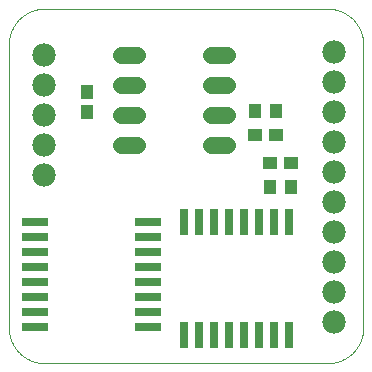
<source format=gts>
G75*
%MOIN*%
%OFA0B0*%
%FSLAX25Y25*%
%IPPOS*%
%LPD*%
%AMOC8*
5,1,8,0,0,1.08239X$1,22.5*
%
%ADD10C,0.00000*%
%ADD11R,0.04337X0.04731*%
%ADD12R,0.04731X0.04337*%
%ADD13R,0.02762X0.09061*%
%ADD14R,0.09061X0.02762*%
%ADD15C,0.05600*%
%ADD16C,0.07800*%
D10*
X0001500Y0013311D02*
X0001500Y0107799D01*
X0001503Y0108084D01*
X0001514Y0108370D01*
X0001531Y0108655D01*
X0001555Y0108939D01*
X0001586Y0109223D01*
X0001624Y0109506D01*
X0001669Y0109787D01*
X0001720Y0110068D01*
X0001778Y0110348D01*
X0001843Y0110626D01*
X0001915Y0110902D01*
X0001993Y0111176D01*
X0002078Y0111449D01*
X0002170Y0111719D01*
X0002268Y0111987D01*
X0002372Y0112253D01*
X0002483Y0112516D01*
X0002600Y0112776D01*
X0002723Y0113034D01*
X0002853Y0113288D01*
X0002989Y0113539D01*
X0003130Y0113787D01*
X0003278Y0114031D01*
X0003431Y0114272D01*
X0003591Y0114508D01*
X0003756Y0114741D01*
X0003926Y0114970D01*
X0004102Y0115195D01*
X0004284Y0115415D01*
X0004470Y0115631D01*
X0004662Y0115842D01*
X0004859Y0116049D01*
X0005061Y0116251D01*
X0005268Y0116448D01*
X0005479Y0116640D01*
X0005695Y0116826D01*
X0005915Y0117008D01*
X0006140Y0117184D01*
X0006369Y0117354D01*
X0006602Y0117519D01*
X0006838Y0117679D01*
X0007079Y0117832D01*
X0007323Y0117980D01*
X0007571Y0118121D01*
X0007822Y0118257D01*
X0008076Y0118387D01*
X0008334Y0118510D01*
X0008594Y0118627D01*
X0008857Y0118738D01*
X0009123Y0118842D01*
X0009391Y0118940D01*
X0009661Y0119032D01*
X0009934Y0119117D01*
X0010208Y0119195D01*
X0010484Y0119267D01*
X0010762Y0119332D01*
X0011042Y0119390D01*
X0011323Y0119441D01*
X0011604Y0119486D01*
X0011887Y0119524D01*
X0012171Y0119555D01*
X0012455Y0119579D01*
X0012740Y0119596D01*
X0013026Y0119607D01*
X0013311Y0119610D01*
X0107799Y0119610D01*
X0108084Y0119607D01*
X0108370Y0119596D01*
X0108655Y0119579D01*
X0108939Y0119555D01*
X0109223Y0119524D01*
X0109506Y0119486D01*
X0109787Y0119441D01*
X0110068Y0119390D01*
X0110348Y0119332D01*
X0110626Y0119267D01*
X0110902Y0119195D01*
X0111176Y0119117D01*
X0111449Y0119032D01*
X0111719Y0118940D01*
X0111987Y0118842D01*
X0112253Y0118738D01*
X0112516Y0118627D01*
X0112776Y0118510D01*
X0113034Y0118387D01*
X0113288Y0118257D01*
X0113539Y0118121D01*
X0113787Y0117980D01*
X0114031Y0117832D01*
X0114272Y0117679D01*
X0114508Y0117519D01*
X0114741Y0117354D01*
X0114970Y0117184D01*
X0115195Y0117008D01*
X0115415Y0116826D01*
X0115631Y0116640D01*
X0115842Y0116448D01*
X0116049Y0116251D01*
X0116251Y0116049D01*
X0116448Y0115842D01*
X0116640Y0115631D01*
X0116826Y0115415D01*
X0117008Y0115195D01*
X0117184Y0114970D01*
X0117354Y0114741D01*
X0117519Y0114508D01*
X0117679Y0114272D01*
X0117832Y0114031D01*
X0117980Y0113787D01*
X0118121Y0113539D01*
X0118257Y0113288D01*
X0118387Y0113034D01*
X0118510Y0112776D01*
X0118627Y0112516D01*
X0118738Y0112253D01*
X0118842Y0111987D01*
X0118940Y0111719D01*
X0119032Y0111449D01*
X0119117Y0111176D01*
X0119195Y0110902D01*
X0119267Y0110626D01*
X0119332Y0110348D01*
X0119390Y0110068D01*
X0119441Y0109787D01*
X0119486Y0109506D01*
X0119524Y0109223D01*
X0119555Y0108939D01*
X0119579Y0108655D01*
X0119596Y0108370D01*
X0119607Y0108084D01*
X0119610Y0107799D01*
X0119610Y0013311D01*
X0119607Y0013026D01*
X0119596Y0012740D01*
X0119579Y0012455D01*
X0119555Y0012171D01*
X0119524Y0011887D01*
X0119486Y0011604D01*
X0119441Y0011323D01*
X0119390Y0011042D01*
X0119332Y0010762D01*
X0119267Y0010484D01*
X0119195Y0010208D01*
X0119117Y0009934D01*
X0119032Y0009661D01*
X0118940Y0009391D01*
X0118842Y0009123D01*
X0118738Y0008857D01*
X0118627Y0008594D01*
X0118510Y0008334D01*
X0118387Y0008076D01*
X0118257Y0007822D01*
X0118121Y0007571D01*
X0117980Y0007323D01*
X0117832Y0007079D01*
X0117679Y0006838D01*
X0117519Y0006602D01*
X0117354Y0006369D01*
X0117184Y0006140D01*
X0117008Y0005915D01*
X0116826Y0005695D01*
X0116640Y0005479D01*
X0116448Y0005268D01*
X0116251Y0005061D01*
X0116049Y0004859D01*
X0115842Y0004662D01*
X0115631Y0004470D01*
X0115415Y0004284D01*
X0115195Y0004102D01*
X0114970Y0003926D01*
X0114741Y0003756D01*
X0114508Y0003591D01*
X0114272Y0003431D01*
X0114031Y0003278D01*
X0113787Y0003130D01*
X0113539Y0002989D01*
X0113288Y0002853D01*
X0113034Y0002723D01*
X0112776Y0002600D01*
X0112516Y0002483D01*
X0112253Y0002372D01*
X0111987Y0002268D01*
X0111719Y0002170D01*
X0111449Y0002078D01*
X0111176Y0001993D01*
X0110902Y0001915D01*
X0110626Y0001843D01*
X0110348Y0001778D01*
X0110068Y0001720D01*
X0109787Y0001669D01*
X0109506Y0001624D01*
X0109223Y0001586D01*
X0108939Y0001555D01*
X0108655Y0001531D01*
X0108370Y0001514D01*
X0108084Y0001503D01*
X0107799Y0001500D01*
X0013311Y0001500D01*
X0013026Y0001503D01*
X0012740Y0001514D01*
X0012455Y0001531D01*
X0012171Y0001555D01*
X0011887Y0001586D01*
X0011604Y0001624D01*
X0011323Y0001669D01*
X0011042Y0001720D01*
X0010762Y0001778D01*
X0010484Y0001843D01*
X0010208Y0001915D01*
X0009934Y0001993D01*
X0009661Y0002078D01*
X0009391Y0002170D01*
X0009123Y0002268D01*
X0008857Y0002372D01*
X0008594Y0002483D01*
X0008334Y0002600D01*
X0008076Y0002723D01*
X0007822Y0002853D01*
X0007571Y0002989D01*
X0007323Y0003130D01*
X0007079Y0003278D01*
X0006838Y0003431D01*
X0006602Y0003591D01*
X0006369Y0003756D01*
X0006140Y0003926D01*
X0005915Y0004102D01*
X0005695Y0004284D01*
X0005479Y0004470D01*
X0005268Y0004662D01*
X0005061Y0004859D01*
X0004859Y0005061D01*
X0004662Y0005268D01*
X0004470Y0005479D01*
X0004284Y0005695D01*
X0004102Y0005915D01*
X0003926Y0006140D01*
X0003756Y0006369D01*
X0003591Y0006602D01*
X0003431Y0006838D01*
X0003278Y0007079D01*
X0003130Y0007323D01*
X0002989Y0007571D01*
X0002853Y0007822D01*
X0002723Y0008076D01*
X0002600Y0008334D01*
X0002483Y0008594D01*
X0002372Y0008857D01*
X0002268Y0009123D01*
X0002170Y0009391D01*
X0002078Y0009661D01*
X0001993Y0009934D01*
X0001915Y0010208D01*
X0001843Y0010484D01*
X0001778Y0010762D01*
X0001720Y0011042D01*
X0001669Y0011323D01*
X0001624Y0011604D01*
X0001586Y0011887D01*
X0001555Y0012171D01*
X0001531Y0012455D01*
X0001514Y0012740D01*
X0001503Y0013026D01*
X0001500Y0013311D01*
D11*
X0027681Y0085161D03*
X0027681Y0091854D03*
X0083705Y0085673D03*
X0090398Y0085673D03*
X0088705Y0060161D03*
X0095398Y0060161D03*
D12*
X0095398Y0068232D03*
X0088705Y0068232D03*
X0090398Y0077563D03*
X0083705Y0077563D03*
D13*
X0084787Y0048646D03*
X0089787Y0048646D03*
X0094787Y0048646D03*
X0079787Y0048646D03*
X0074787Y0048646D03*
X0069787Y0048646D03*
X0064787Y0048646D03*
X0059787Y0048646D03*
X0059787Y0010949D03*
X0064787Y0010949D03*
X0069787Y0010949D03*
X0074787Y0010949D03*
X0079787Y0010949D03*
X0084787Y0010949D03*
X0089787Y0010949D03*
X0094787Y0010949D03*
D14*
X0047858Y0013528D03*
X0047858Y0018528D03*
X0047858Y0023528D03*
X0047858Y0028528D03*
X0047858Y0033528D03*
X0047858Y0038528D03*
X0047858Y0043528D03*
X0047858Y0048528D03*
X0010161Y0048528D03*
X0010161Y0043528D03*
X0010161Y0038528D03*
X0010161Y0033528D03*
X0010161Y0028528D03*
X0010161Y0023528D03*
X0010161Y0018528D03*
X0010161Y0013528D03*
D15*
X0039018Y0074098D02*
X0044218Y0074098D01*
X0044218Y0084098D02*
X0039018Y0084098D01*
X0039018Y0094098D02*
X0044218Y0094098D01*
X0044218Y0104098D02*
X0039018Y0104098D01*
X0069018Y0104098D02*
X0074218Y0104098D01*
X0074218Y0094098D02*
X0069018Y0094098D01*
X0069018Y0084098D02*
X0074218Y0084098D01*
X0074218Y0074098D02*
X0069018Y0074098D01*
D16*
X0109768Y0075280D03*
X0109768Y0085280D03*
X0109768Y0095280D03*
X0109768Y0105280D03*
X0109768Y0065280D03*
X0109768Y0055280D03*
X0109768Y0045280D03*
X0109768Y0035280D03*
X0109768Y0025280D03*
X0109768Y0015280D03*
X0013311Y0064295D03*
X0013311Y0074295D03*
X0013311Y0084295D03*
X0013311Y0094295D03*
X0013311Y0104295D03*
M02*

</source>
